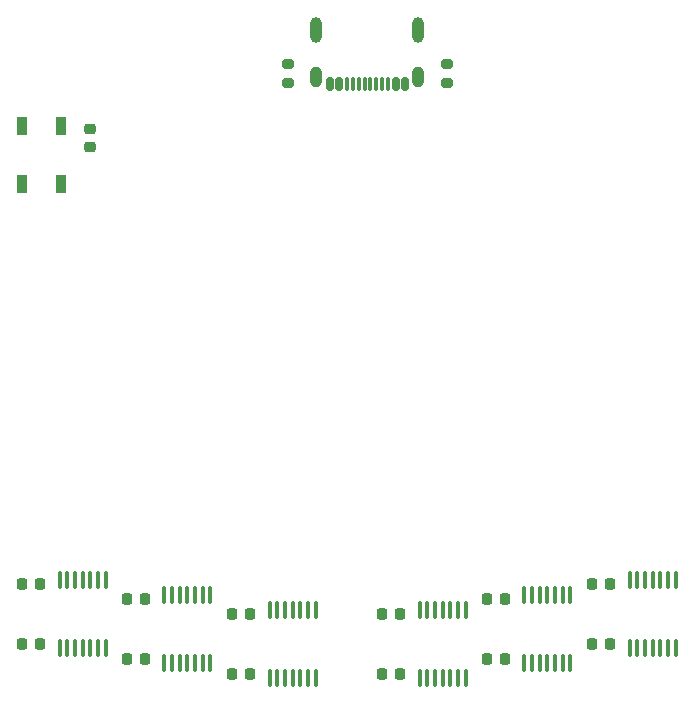
<source format=gbr>
%TF.GenerationSoftware,KiCad,Pcbnew,8.0.6*%
%TF.CreationDate,2024-12-18T16:17:05-08:00*%
%TF.ProjectId,pico-analyzer,7069636f-2d61-46e6-916c-797a65722e6b,1.0*%
%TF.SameCoordinates,Original*%
%TF.FileFunction,Paste,Top*%
%TF.FilePolarity,Positive*%
%FSLAX46Y46*%
G04 Gerber Fmt 4.6, Leading zero omitted, Abs format (unit mm)*
G04 Created by KiCad (PCBNEW 8.0.6) date 2024-12-18 16:17:05*
%MOMM*%
%LPD*%
G01*
G04 APERTURE LIST*
G04 Aperture macros list*
%AMRoundRect*
0 Rectangle with rounded corners*
0 $1 Rounding radius*
0 $2 $3 $4 $5 $6 $7 $8 $9 X,Y pos of 4 corners*
0 Add a 4 corners polygon primitive as box body*
4,1,4,$2,$3,$4,$5,$6,$7,$8,$9,$2,$3,0*
0 Add four circle primitives for the rounded corners*
1,1,$1+$1,$2,$3*
1,1,$1+$1,$4,$5*
1,1,$1+$1,$6,$7*
1,1,$1+$1,$8,$9*
0 Add four rect primitives between the rounded corners*
20,1,$1+$1,$2,$3,$4,$5,0*
20,1,$1+$1,$4,$5,$6,$7,0*
20,1,$1+$1,$6,$7,$8,$9,0*
20,1,$1+$1,$8,$9,$2,$3,0*%
G04 Aperture macros list end*
%ADD10RoundRect,0.225000X0.225000X0.250000X-0.225000X0.250000X-0.225000X-0.250000X0.225000X-0.250000X0*%
%ADD11RoundRect,0.150000X0.150000X0.425000X-0.150000X0.425000X-0.150000X-0.425000X0.150000X-0.425000X0*%
%ADD12RoundRect,0.075000X0.075000X0.500000X-0.075000X0.500000X-0.075000X-0.500000X0.075000X-0.500000X0*%
%ADD13O,1.000000X1.800000*%
%ADD14O,1.000000X2.200000*%
%ADD15RoundRect,0.200000X-0.275000X0.200000X-0.275000X-0.200000X0.275000X-0.200000X0.275000X0.200000X0*%
%ADD16RoundRect,0.090000X-0.360000X0.660000X-0.360000X-0.660000X0.360000X-0.660000X0.360000X0.660000X0*%
%ADD17RoundRect,0.100000X0.100000X-0.637500X0.100000X0.637500X-0.100000X0.637500X-0.100000X-0.637500X0*%
%ADD18RoundRect,0.225000X-0.250000X0.225000X-0.250000X-0.225000X0.250000X-0.225000X0.250000X0.225000X0*%
G04 APERTURE END LIST*
D10*
%TO.C,C12*%
X136144000Y-99822000D03*
X134594000Y-99822000D03*
%TD*%
D11*
%TO.C,J5*%
X118770000Y-57476200D03*
X117970000Y-57476200D03*
D12*
X116820000Y-57476200D03*
X115820000Y-57476200D03*
X115320000Y-57476200D03*
X114320000Y-57476200D03*
D11*
X113170000Y-57476200D03*
X112370000Y-57476200D03*
X112370000Y-57476200D03*
X113170000Y-57476200D03*
D12*
X113820000Y-57476200D03*
X114820000Y-57476200D03*
X116320000Y-57476200D03*
X117320000Y-57476200D03*
D11*
X117970000Y-57476200D03*
X118770000Y-57476200D03*
D13*
X119890000Y-56901200D03*
D14*
X119890000Y-52901200D03*
D13*
X111250000Y-56901200D03*
D14*
X111250000Y-52901200D03*
%TD*%
D10*
%TO.C,C10*%
X127254000Y-101092000D03*
X125704000Y-101092000D03*
%TD*%
%TO.C,C4*%
X96774000Y-101092000D03*
X95224000Y-101092000D03*
%TD*%
D15*
%TO.C,R1*%
X122301000Y-55817000D03*
X122301000Y-57467000D03*
%TD*%
D16*
%TO.C,D1*%
X89610000Y-61050000D03*
X86310000Y-61050000D03*
X86310000Y-65950000D03*
X89610000Y-65950000D03*
%TD*%
D17*
%TO.C,U4*%
X120000000Y-107764500D03*
X120650000Y-107764500D03*
X121300000Y-107764500D03*
X121950000Y-107764500D03*
X122600000Y-107764500D03*
X123250000Y-107764500D03*
X123900000Y-107764500D03*
X123900000Y-102039500D03*
X123250000Y-102039500D03*
X122600000Y-102039500D03*
X121950000Y-102039500D03*
X121300000Y-102039500D03*
X120650000Y-102039500D03*
X120000000Y-102039500D03*
%TD*%
D10*
%TO.C,C6*%
X105664000Y-102362000D03*
X104114000Y-102362000D03*
%TD*%
D15*
%TO.C,R2*%
X108839000Y-55817000D03*
X108839000Y-57467000D03*
%TD*%
D10*
%TO.C,C3*%
X87884000Y-104902000D03*
X86334000Y-104902000D03*
%TD*%
%TO.C,C2*%
X87884000Y-99822000D03*
X86334000Y-99822000D03*
%TD*%
D17*
%TO.C,U1*%
X89520000Y-105224500D03*
X90170000Y-105224500D03*
X90820000Y-105224500D03*
X91470000Y-105224500D03*
X92120000Y-105224500D03*
X92770000Y-105224500D03*
X93420000Y-105224500D03*
X93420000Y-99499500D03*
X92770000Y-99499500D03*
X92120000Y-99499500D03*
X91470000Y-99499500D03*
X90820000Y-99499500D03*
X90170000Y-99499500D03*
X89520000Y-99499500D03*
%TD*%
D10*
%TO.C,C7*%
X105664000Y-107442000D03*
X104114000Y-107442000D03*
%TD*%
%TO.C,C13*%
X136144000Y-104902000D03*
X134594000Y-104902000D03*
%TD*%
%TO.C,C9*%
X118364000Y-107442000D03*
X116814000Y-107442000D03*
%TD*%
D18*
%TO.C,C1*%
X92075000Y-61328000D03*
X92075000Y-62878000D03*
%TD*%
D17*
%TO.C,U6*%
X137780000Y-105224500D03*
X138430000Y-105224500D03*
X139080000Y-105224500D03*
X139730000Y-105224500D03*
X140380000Y-105224500D03*
X141030000Y-105224500D03*
X141680000Y-105224500D03*
X141680000Y-99499500D03*
X141030000Y-99499500D03*
X140380000Y-99499500D03*
X139730000Y-99499500D03*
X139080000Y-99499500D03*
X138430000Y-99499500D03*
X137780000Y-99499500D03*
%TD*%
D10*
%TO.C,C8*%
X118364000Y-102362000D03*
X116814000Y-102362000D03*
%TD*%
%TO.C,C11*%
X127254000Y-106172000D03*
X125704000Y-106172000D03*
%TD*%
D17*
%TO.C,U5*%
X128860000Y-106494500D03*
X129510000Y-106494500D03*
X130160000Y-106494500D03*
X130810000Y-106494500D03*
X131460000Y-106494500D03*
X132110000Y-106494500D03*
X132760000Y-106494500D03*
X132760000Y-100769500D03*
X132110000Y-100769500D03*
X131460000Y-100769500D03*
X130810000Y-100769500D03*
X130160000Y-100769500D03*
X129510000Y-100769500D03*
X128860000Y-100769500D03*
%TD*%
%TO.C,U3*%
X107300000Y-107764500D03*
X107950000Y-107764500D03*
X108600000Y-107764500D03*
X109250000Y-107764500D03*
X109900000Y-107764500D03*
X110550000Y-107764500D03*
X111200000Y-107764500D03*
X111200000Y-102039500D03*
X110550000Y-102039500D03*
X109900000Y-102039500D03*
X109250000Y-102039500D03*
X108600000Y-102039500D03*
X107950000Y-102039500D03*
X107300000Y-102039500D03*
%TD*%
%TO.C,U2*%
X98380000Y-106494500D03*
X99030000Y-106494500D03*
X99680000Y-106494500D03*
X100330000Y-106494500D03*
X100980000Y-106494500D03*
X101630000Y-106494500D03*
X102280000Y-106494500D03*
X102280000Y-100769500D03*
X101630000Y-100769500D03*
X100980000Y-100769500D03*
X100330000Y-100769500D03*
X99680000Y-100769500D03*
X99030000Y-100769500D03*
X98380000Y-100769500D03*
%TD*%
D10*
%TO.C,C5*%
X96774000Y-106172000D03*
X95224000Y-106172000D03*
%TD*%
M02*

</source>
